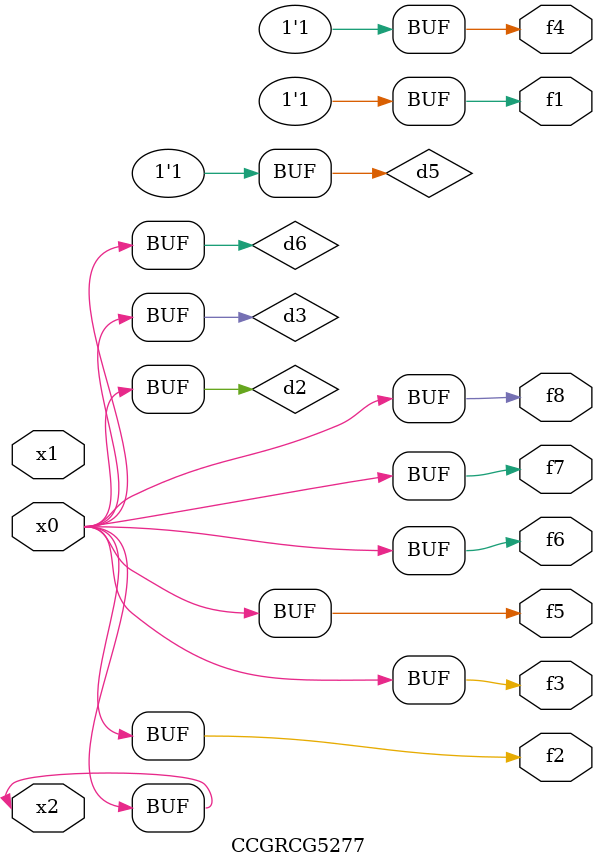
<source format=v>
module CCGRCG5277(
	input x0, x1, x2,
	output f1, f2, f3, f4, f5, f6, f7, f8
);

	wire d1, d2, d3, d4, d5, d6;

	xnor (d1, x2);
	buf (d2, x0, x2);
	and (d3, x0);
	xnor (d4, x1, x2);
	nand (d5, d1, d3);
	buf (d6, d2, d3);
	assign f1 = d5;
	assign f2 = d6;
	assign f3 = d6;
	assign f4 = d5;
	assign f5 = d6;
	assign f6 = d6;
	assign f7 = d6;
	assign f8 = d6;
endmodule

</source>
